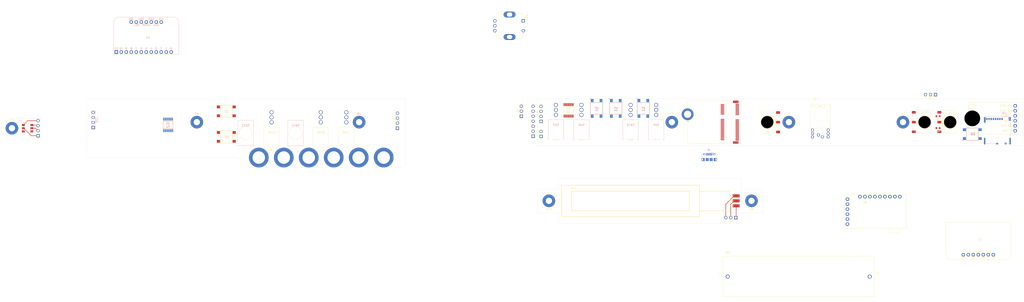
<source format=kicad_pcb>
(kicad_pcb (version 20211014) (generator pcbnew)
  (layers (0 "F.Cu" signal) (31 "B.Cu" signal) (34 "B.Paste" user) (35 "F.Paste" user) (36 "B.SilkS" user "B.Silkscreen") (37 "F.SilkS" user "F.Silkscreen") (38 "B.Mask" user) (39 "F.Mask" user) (44 "Edge.Cuts" user))
  (net 0 "")
  (net 14 "Net-(J4-PadR)")
  (net 15 "Net-(J4-PadS)")
  (net 16 "i2c_scl")
  (net 17 "GND")
  (net 25 "i2c_sda")
  (net 30 "Net-(U3-Pad16)")
  (net 114 "Net-(J19-Pad6)")
  (net 118 "Net-(J19-PadP1)")
  (net 119 "Net-(J10-Pad2)")
  (net 124 "+3V3")
  (net 125 "Net-(U3-Pad5)")
  (net 126 "Net-(U3-Pad6)")
  (net 127 "Net-(U3-Pad7)")
  (net 128 "Net-(U3-Pad8)")
  (net 129 "Net-(U3-Pad9)")
  (net 130 "Net-(U3-Pad10)")
  (net 137 "Net-(U3-Pad4)")
  (footprint "clarinoid2:MPR121_hdr_0keys_copy" (layer "F.Cu") (at 364.396 -89.742)
    (fp_text reference "U2" (at 4.826 1.016) (layer "F.SilkS"))
    (fp_text value "AdafruitMPR121")
    (fp_text user "SCL" (at -1.27 7.366) (layer "F.SilkS"))
    (fp_text user "3vo" (at 8.89 7.366) (layer "F.SilkS"))
    (fp_text user "IRQ" (at -3.81 10.414) (layer "F.SilkS"))
    (fp_text user "ADDR" (at 3.81 7.366) (layer "F.SilkS"))
    (fp_text user "SDA" (at 1.27 10.414) (layer "F.SilkS"))
    (fp_text user "GND" (at 6.35 10.414) (layer "F.SilkS"))
    (fp_text user "VIN" (at 11.43 10.414) (layer "F.SilkS"))
    (pad "14" thru_hole circle (at -3.81 8.89) (size 1.778 1.778) (drill 1.016) (layers *.Cu *.Mask) (net 16 "i2c_scl"))
    (pad "15" thru_hole circle (at -1.27 8.89) (size 1.778 1.778) (drill 1.016) (layers *.Cu *.Mask) (net 25 "i2c_sda"))
    (pad "16" thru_hole circle (at 1.27 8.89) (size 1.778 1.778) (drill 1.016) (layers *.Cu *.Mask))
    (pad "17" thru_hole circle (at 3.81 8.89) (size 1.778 1.778) (drill 1.016) (layers *.Cu *.Mask) (net 17 "GND"))
    (pad "18" thru_hole circle (at 6.35 8.89) (size 1.778 1.778) (drill 1.016) (layers *.Cu *.Mask))
    (pad "19" thru_hole circle (at 8.89 8.89) (size 1.778 1.778) (drill 1.016) (layers *.Cu *.Mask) (net 124 "+3V3"))
    (pad "20" thru_hole circle (at 11.43 8.89) (size 1.778 1.778) (drill 1.016) (layers *.Cu *.Mask))
  )
  (footprint "clarinoid2:KEYSTONE_1043" (layer "F.Cu") (at 276.896 -69.742)
    (fp_text reference "BT1" (at -35.825 -12.135) (layer "F.SilkS"))
    (fp_text value "Battery_Cell")
    (pad "" np_thru_hole circle locked (at 27.73 -7.87) (size 3.55 3.55) (drill 3.55) (layers *.Cu *.Mask))
    (pad "" np_thru_hole circle locked (at -27.47 7.87) (size 3.55 3.55) (drill 3.55) (layers *.Cu *.Mask))
    (pad "" np_thru_hole circle locked (at 36.11 7.87) (size 2.39 2.39) (drill 2.39) (layers *.Cu *.Mask))
    (pad "N" thru_hole circle locked (at -36.11 0) (size 1.98 1.98) (drill 1.32) (layers *.Cu *.Mask))
    (pad "P" thru_hole circle locked (at 36.11 0) (size 1.98 1.98) (drill 1.32) (layers *.Cu *.Mask))
  )
  (footprint "clarinoid2:solder point DIP 1x3" (layer "F.Cu") (at 343.896 -162.242 180)
    (fp_text reference "J1" (at 0 -1.778) (layer "F.SilkS"))
    (fp_text value "LEDHdr")
    (pad "1" thru_hole rect (at -2.54 0 180) (size 1.6 1.6) (drill 1.1) (layers *.Cu *.Mask))
    (pad "2" thru_hole circle (at 0 0 180) (size 1.6 1.6) (drill 1.1) (layers *.Cu *.Mask))
    (pad "3" thru_hole circle (at 2.54 0 180) (size 1.6 1.6) (drill 1.1) (layers *.Cu *.Mask))
  )
  (footprint "clarinoid2:solder point DIP 1x7" (layer "F.Cu") (at 141.896 -148.702 90)
    (fp_text reference "J2" (at 0 -1.778 90) (layer "F.SilkS"))
    (fp_text value "OLEDHdr")
    (pad "1" thru_hole rect (at -7.62 0 90) (size 1.6 1.6) (drill 1.1) (layers *.Cu *.Mask))
    (pad "2" thru_hole circle (at -5.08 0 90) (size 1.6 1.6) (drill 1.1) (layers *.Cu *.Mask))
    (pad "3" thru_hole circle (at -2.54 0 90) (size 1.6 1.6) (drill 1.1) (layers *.Cu *.Mask))
    (pad "4" thru_hole circle (at 0 0 90) (size 1.6 1.6) (drill 1.1) (layers *.Cu *.Mask))
    (pad "5" thru_hole circle (at 2.54 0 90) (size 1.6 1.6) (drill 1.1) (layers *.Cu *.Mask))
    (pad "6" thru_hole circle (at 5.08 0 90) (size 1.6 1.6) (drill 1.1) (layers *.Cu *.Mask))
    (pad "7" thru_hole circle (at 7.62 0 90) (size 1.6 1.6) (drill 1.1) (layers *.Cu *.Mask))
  )
  (footprint "clarinoid2:solder point DIP 1x4" (layer "F.Cu") (at -109.816 -145.162 90)
    (fp_text reference "J7" (at 0 -1.778 90) (layer "F.SilkS"))
    (fp_text value "BREATHI2CHdr")
    (pad "1" thru_hole rect (at -3.81 0 90) (size 1.6 1.6) (drill 1.1) (layers *.Cu *.Mask) (net 124 "+3V3"))
    (pad "2" thru_hole circle (at -1.27 0 90) (size 1.6 1.6) (drill 1.1) (layers *.Cu *.Mask) (net 25 "i2c_sda"))
    (pad "3" thru_hole circle (at 1.27 0 90) (size 1.6 1.6) (drill 1.1) (layers *.Cu *.Mask) (net 16 "i2c_scl"))
    (pad "4" thru_hole circle (at 3.81 0 90) (size 1.6 1.6) (drill 1.1) (layers *.Cu *.Mask) (net 17 "GND"))
  )
  (footprint "clarinoid2:MAT060-B100K-231-A01" (layer "F.Cu") (at 191.001 -118.412 180)
    (fp_text reference "RV2" (at 28.48 -3.82) (layer "F.SilkS"))
    (fp_text value "PITCH")
    (pad "1" smd rect locked (at -54.07 -12.71 180) (size 3.5 1.5) (layers "F.Cu" "F.Paste" "F.Mask") (net 124 "+3V3"))
    (pad "2" smd rect locked (at -54.07 -10.17 180) (size 3.5 1.5) (layers "F.Cu" "F.Paste" "F.Mask") (net 119 "Net-(J10-Pad2)"))
    (pad "3" smd rect locked (at -54.07 -7.63 180) (size 3.5 1.5) (layers "F.Cu" "F.Paste" "F.Mask") (net 17 "GND"))
  )
  (footprint "clarinoid3:Bourns_ENC_PEC11R-4215F-S0024" (layer "F.Cu") (at 129.896 -197.242 -90)
    (fp_text reference "SW9" (at -4.175 -8.835 90) (layer "F.SilkS"))
    (fp_text value "Rotary_Encoder_Switch")
    (pad "1" thru_hole rect locked (at -2.5 -7 270) (size 1.65 1.65) (drill 1.1) (layers *.Cu *.Mask))
    (pad "2" thru_hole circle locked (at 2.5 -7 270) (size 1.65 1.65) (drill 1.1) (layers *.Cu *.Mask))
    (pad "A" thru_hole circle locked (at -2.5 7.5 270) (size 1.65 1.65) (drill 1.1) (layers *.Cu *.Mask))
    (pad "B" thru_hole circle locked (at 2.5 7.5 270) (size 1.65 1.65) (drill 1.1) (layers *.Cu *.Mask))
    (pad "COM" thru_hole circle locked (at 0 7.5 270) (size 1.65 1.65) (drill 1.1) (layers *.Cu *.Mask))
    (pad "S1" thru_hole oval locked (at -5.7 0 270) (size 3 6) (drill oval 2 2.8) (layers *.Cu *.Mask))
    (pad "S2" thru_hole oval locked (at 5.7 0 270) (size 3 6) (drill oval 2 2.8) (layers *.Cu *.Mask) (net 17 "GND"))
  )
  (footprint "clarinoid2:MB2511S2G45" (layer "F.Cu") (at 33.896 -148.162)
    (fp_text reference "SW10" (at 0 5.08) (layer "F.SilkS"))
    (fp_text value "LHx1")
    (pad "" np_thru_hole circle (at -2.54 12.7) (size 1.5 1.5) (drill 1.5) (layers *.Cu *.Mask))
    (pad "" np_thru_hole circle (at 2.54 12.7) (size 1.5 1.5) (drill 1.5) (layers *.Cu *.Mask))
    (pad "1" thru_hole circle (at 0 -5.08) (size 2 2) (drill 1.5) (layers *.Cu *.Mask))
    (pad "2" thru_hole circle (at 0 -2.54) (size 2 2) (drill 1.5) (layers *.Cu *.Mask) (net 17 "GND"))
    (pad "3" thru_hole circle (at 0 0) (size 2 2) (drill 1.5) (layers *.Cu *.Mask))
  )
  (footprint "clarinoid2:MB2511S2G45" (layer "F.Cu") (at 46.896 -148.162)
    (fp_text reference "SW11" (at 0 5.08) (layer "F.SilkS"))
    (fp_text value "LHx2")
    (pad "" np_thru_hole circle (at 2.54 12.7) (size 1.5 1.5) (drill 1.5) (layers *.Cu *.Mask))
    (pad "" np_thru_hole circle (at -2.54 12.7) (size 1.5 1.5) (drill 1.5) (layers *.Cu *.Mask))
    (pad "1" thru_hole circle (at 0 -5.08) (size 2 2) (drill 1.5) (layers *.Cu *.Mask))
    (pad "2" thru_hole circle (at 0 -2.54) (size 2 2) (drill 1.5) (layers *.Cu *.Mask) (net 17 "GND"))
    (pad "3" thru_hole circle (at 0 0) (size 2 2) (drill 1.5) (layers *.Cu *.Mask))
  )
  (footprint "clarinoid2:MB2511S2G45" (layer "F.Cu") (at 8.896 -148.162)
    (fp_text reference "SW13" (at 0 5.08) (layer "F.SilkS"))
    (fp_text value "LHx3")
    (pad "" np_thru_hole circle (at -2.54 12.7) (size 1.5 1.5) (drill 1.5) (layers *.Cu *.Mask))
    (pad "" np_thru_hole circle (at 2.54 12.7) (size 1.5 1.5) (drill 1.5) (layers *.Cu *.Mask))
    (pad "1" thru_hole circle (at 0 -5.08) (size 2 2) (drill 1.5) (layers *.Cu *.Mask))
    (pad "2" thru_hole circle (at 0 -2.54) (size 2 2) (drill 1.5) (layers *.Cu *.Mask) (net 17 "GND"))
    (pad "3" thru_hole circle (at 0 0) (size 2 2) (drill 1.5) (layers *.Cu *.Mask))
  )
  (footprint "clarinoid2:MH-CD42_flip_window" (layer "F.Cu") (at 376.04 -152.242 180)
    (fp_text reference "U5" (at 2.54 -3.302 180) (layer "F.SilkS"))
    (fp_text value "MH-CD42")
    (fp_text user "BAT +" (at -7.62 -3.302 180) (layer "F.SilkS"))
    (fp_text user "CHG Gnd" (at -6.604 1.778 180) (layer "F.SilkS"))
    (fp_text user "OUT Gnd" (at -6.858 -5.842 180) (layer "F.SilkS"))
    (fp_text user "CHG +5v" (at -6.35 4.318 180) (layer "F.SilkS"))
    (fp_text user "BAT -" (at -7.62 -0.762 180) (layer "F.SilkS"))
    (fp_text user "OUT 5v" (at -7.366 -8.382 180) (layer "F.SilkS"))
    (pad "" np_thru_hole circle (at 10.894 -2.092 180) (size 8 8) (drill 8) (layers *.Mask))
    (pad "1" thru_hole circle (at -10.922 -8.382 180) (size 1.778 1.778) (drill 1.016) (layers *.Cu *.Mask))
    (pad "2" thru_hole circle (at -10.922 -5.842 180) (size 1.778 1.778) (drill 1.016) (layers *.Cu *.Mask))
    (pad "3" thru_hole circle (at -10.922 -3.302 180) (size 1.778 1.778) (drill 1.016) (layers *.Cu *.Mask))
    (pad "4" thru_hole circle (at -10.922 -0.762 180) (size 1.778 1.778) (drill 1.016) (layers *.Cu *.Mask))
    (pad "5" thru_hole circle (at -10.922 1.778 180) (size 1.778 1.778) (drill 1.016) (layers *.Cu *.Mask))
    (pad "6" thru_hole circle (at -10.922 4.318 180) (size 1.778 1.778) (drill 1.016) (layers *.Cu *.Mask))
  )
  (footprint "clarinoid2:HILETGOPCM5102" (layer "F.Cu") (at 319.452 -98.93)
    (fp_text reference "U6" (at -8.858497 -8.583135) (layer "F.SilkS"))
    (fp_text value "PCM5102")
    (pad "" np_thru_hole circle locked (at 6.35 -6.024 180) (size 1.7 1.7) (drill 1.7) (layers *.Cu *.Mask))
    (pad "" np_thru_hole circle locked (at 6.35 0.976 180) (size 1.7 1.7) (drill 1.7) (layers *.Cu *.Mask))
    (pad "1" thru_hole circle locked (at -17.78 -10.16) (size 1.778 1.778) (drill 1.016) (layers *.Cu *.Mask))
    (pad "2" thru_hole circle locked (at -17.78 -7.62) (size 1.778 1.778) (drill 1.016) (layers *.Cu *.Mask))
    (pad "3" thru_hole circle locked (at -17.78 -5.08) (size 1.778 1.778) (drill 1.016) (layers *.Cu *.Mask))
    (pad "4" thru_hole circle locked (at -17.78 -2.54) (size 1.778 1.778) (drill 1.016) (layers *.Cu *.Mask))
    (pad "5" thru_hole circle locked (at -17.78 0) (size 1.778 1.778) (drill 1.016) (layers *.Cu *.Mask))
    (pad "6" thru_hole circle locked (at -17.78 2.54) (size 1.778 1.778) (drill 1.016) (layers *.Cu *.Mask))
    (pad "7" thru_hole circle locked (at -11.43 -11.43) (size 1.778 1.778) (drill 1.016) (layers *.Cu *.Mask))
    (pad "8" thru_hole circle locked (at -8.89 -11.43) (size 1.778 1.778) (drill 1.016) (layers *.Cu *.Mask))
    (pad "9" thru_hole circle locked (at -6.35 -11.43) (size 1.778 1.778) (drill 1.016) (layers *.Cu *.Mask))
    (pad "10" thru_hole circle locked (at -3.81 -11.43) (size 1.778 1.778) (drill 1.016) (layers *.Cu *.Mask))
    (pad "11" thru_hole circle locked (at -1.27 -11.43) (size 1.778 1.778) (drill 1.016) (layers *.Cu *.Mask))
    (pad "12" thru_hole circle locked (at 1.27 -11.43) (size 1.778 1.778) (drill 1.016) (layers *.Cu *.Mask))
    (pad "13" thru_hole circle locked (at 3.81 -11.43) (size 1.778 1.778) (drill 1.016) (layers *.Cu *.Mask))
    (pad "14" thru_hole circle locked (at 6.35 -11.43) (size 1.778 1.778) (drill 1.016) (layers *.Cu *.Mask))
    (pad "15" thru_hole circle locked (at 8.89 -11.43) (size 1.778 1.778) (drill 1.016) (layers *.Cu *.Mask))
  )
  (footprint "clarinoid2:SON160P500X500X140-6N" (layer "F.Cu") (at -115.15 -145.162)
    (fp_text reference "U7" (at -0.325 -3.635) (layer "F.SilkS"))
    (fp_text value "HoneywellABPMAND001PG2A3")
    (pad "1" smd rect locked (at -2.15 -1.6) (size 1.41 1.03) (layers "F.Cu" "F.Paste" "F.Mask") (net 17 "GND"))
    (pad "2" smd rect locked (at -2.15 0) (size 1.41 1.03) (layers "F.Cu" "F.Paste" "F.Mask") (net 124 "+3V3"))
    (pad "3" smd rect locked (at -2.15 1.6) (size 1.41 1.03) (layers "F.Cu" "F.Paste" "F.Mask"))
    (pad "4" smd rect locked (at 2.15 1.6) (size 1.41 1.03) (layers "F.Cu" "F.Paste" "F.Mask"))
    (pad "5" smd rect locked (at 2.15 0) (size 1.41 1.03) (layers "F.Cu" "F.Paste" "F.Mask") (net 25 "i2c_sda"))
    (pad "6" smd rect locked (at 2.15 -1.6) (size 1.41 1.03) (layers "F.Cu" "F.Paste" "F.Mask") (net 16 "i2c_scl"))
  )
  (footprint "MountingHole:MountingHole_3.2mm_M3_Pad" (layer "F.Cu") (at 271.896 -148.242)
    (fp_text reference "H2" (at 0 -4.2) (layer "F.SilkS"))
    (fp_text value "rh_h2")
    (pad "1" thru_hole circle (at 0 0) (size 6.4 6.4) (drill 3.2) (layers *.Cu *.Mask))
  )
  (footprint "MountingHole:MountingHole_3.2mm_M3_Pad" (layer "F.Cu") (at 252.896 -108.242 180)
    (fp_text reference "H9" (at 0 -4.2) (layer "F.SilkS"))
    (fp_text value "pitch_h1")
    (pad "1" thru_hole circle (at 0 0 180) (size 6.4 6.4) (drill 3.2) (layers *.Cu *.Mask))
  )
  (footprint "SamacSys_Parts:SOP65P640X110-16N" (layer "F.Cu") (at 159.896 -154.242 -90)
    (fp_text reference "IC1" (at 0 0 90) (layer "F.SilkS") (effects (font (size 1.27 1.27) (thickness 0.254))))
    (fp_text value "PCA9554APW,118" hide)
    (pad "1" smd rect locked (at -2.938 -2.275) (size 0.45 1.475) (layers "F.Cu" "F.Paste" "F.Mask"))
    (pad "2" smd rect locked (at -2.938 -1.625) (size 0.45 1.475) (layers "F.Cu" "F.Paste" "F.Mask"))
    (pad "3" smd rect locked (at -2.938 -0.975) (size 0.45 1.475) (layers "F.Cu" "F.Paste" "F.Mask"))
    (pad "4" smd rect locked (at -2.938 -0.325) (size 0.45 1.475) (layers "F.Cu" "F.Paste" "F.Mask"))
    (pad "5" smd rect locked (at -2.938 0.325) (size 0.45 1.475) (layers "F.Cu" "F.Paste" "F.Mask"))
    (pad "6" smd rect locked (at -2.938 0.975) (size 0.45 1.475) (layers "F.Cu" "F.Paste" "F.Mask"))
    (pad "7" smd rect locked (at -2.938 1.625) (size 0.45 1.475) (layers "F.Cu" "F.Paste" "F.Mask"))
    (pad "8" smd rect locked (at -2.938 2.275) (size 0.45 1.475) (layers "F.Cu" "F.Paste" "F.Mask"))
    (pad "9" smd rect locked (at 2.938 2.275) (size 0.45 1.475) (layers "F.Cu" "F.Paste" "F.Mask"))
    (pad "10" smd rect locked (at 2.938 1.625) (size 0.45 1.475) (layers "F.Cu" "F.Paste" "F.Mask"))
    (pad "11" smd rect locked (at 2.938 0.975) (size 0.45 1.475) (layers "F.Cu" "F.Paste" "F.Mask"))
    (pad "12" smd rect locked (at 2.938 0.325) (size 0.45 1.475) (layers "F.Cu" "F.Paste" "F.Mask"))
    (pad "13" smd rect locked (at 2.938 -0.325) (size 0.45 1.475) (layers "F.Cu" "F.Paste" "F.Mask"))
    (pad "14" smd rect locked (at 2.938 -0.975) (size 0.45 1.475) (layers "F.Cu" "F.Paste" "F.Mask"))
    (pad "15" smd rect locked (at 2.938 -1.625) (size 0.45 1.475) (layers "F.Cu" "F.Paste" "F.Mask"))
    (pad "16" smd rect locked (at 2.938 -2.275) (size 0.45 1.475) (layers "F.Cu" "F.Paste" "F.Mask"))
  )
  (footprint "SamacSys_Parts:B3FS-1000P" (layer "F.Cu") (at -14.104 -153.742 180)
    (fp_text reference "S1" (at -0.318 -0.105) (layer "F.SilkS") (effects (font (size 1.27 1.27) (thickness 0.254))))
    (fp_text value "LHxv1" hide)
    (pad "1" smd rect locked (at 4 2.25 270) (size 1.4 1.6) (layers "F.Cu" "F.Paste" "F.Mask") (net 17 "GND"))
    (pad "2" smd rect locked (at -4 2.25 270) (size 1.4 1.6) (layers "F.Cu" "F.Paste" "F.Mask"))
    (pad "3" smd rect locked (at 4 -2.25 270) (size 1.4 1.6) (layers "F.Cu" "F.Paste" "F.Mask"))
    (pad "4" smd rect locked (at -4 -2.25 270) (size 1.4 1.6) (layers "F.Cu" "F.Paste" "F.Mask"))
  )
  (footprint "clarinoid2:solder point DIP 1x3" (layer "F.Cu") (at 135.896 -153.782 90)
    (fp_text reference "J9" (at 0 -1.778 90) (layer "F.SilkS"))
    (fp_text value "RH_PitchHdr")
    (pad "1" thru_hole rect (at -2.54 0 90) (size 1.6 1.6) (drill 1.1) (layers *.Cu *.Mask))
    (pad "2" thru_hole circle (at 0 0 90) (size 1.6 1.6) (drill 1.1) (layers *.Cu *.Mask))
    (pad "3" thru_hole circle (at 2.54 0 90) (size 1.6 1.6) (drill 1.1) (layers *.Cu *.Mask))
  )
  (footprint "clarinoid2:solder point DIP 1x4" (layer "F.Cu") (at 145.896 -152.432 90)
    (fp_text reference "J12" (at 0 -1.778 90) (layer "F.SilkS"))
    (fp_text value "RHI2CHdr")
    (pad "1" thru_hole rect (at -3.81 0 90) (size 1.6 1.6) (drill 1.1) (layers *.Cu *.Mask))
    (pad "2" thru_hole circle (at -1.27 0 90) (size 1.6 1.6) (drill 1.1) (layers *.Cu *.Mask))
    (pad "3" thru_hole circle (at 1.27 0 90) (size 1.6 1.6) (drill 1.1) (layers *.Cu *.Mask))
    (pad "4" thru_hole circle (at 3.81 0 90) (size 1.6 1.6) (drill 1.1) (layers *.Cu *.Mask))
  )
  (footprint "clarinoid2:solder point DIP 1x4" (layer "F.Cu") (at 72.8915 -148.972 90)
    (fp_text reference "J16" (at 0 -1.778 90) (layer "F.SilkS"))
    (fp_text value "LHI2CHdr")
    (pad "1" thru_hole rect (at -3.81 0 90) (size 1.6 1.6) (drill 1.1) (layers *.Cu *.Mask) (net 16 "i2c_scl"))
    (pad "2" thru_hole circle (at -1.27 0 90) (size 1.6 1.6) (drill 1.1) (layers *.Cu *.Mask) (net 25 "i2c_sda"))
    (pad "3" thru_hole circle (at 1.27 0 90) (size 1.6 1.6) (drill 1.1) (layers *.Cu *.Mask) (net 17 "GND"))
    (pad "4" thru_hole circle (at 3.81 0 90) (size 1.6 1.6) (drill 1.1) (layers *.Cu *.Mask) (net 124 "+3V3"))
  )
  (footprint "clarinoid2:CLARINOID_M6_6OCTAVES" (layer "F.Cu") (at 40.496 -130.242)
    (fp_text reference "U8" (at -32.237721 -3.918779) (layer "F.SilkS"))
    (fp_text value "CLARINOID_OCTAVES")
    (pad "1" thru_hole circle (at -38.1 0) (size 10 10) (drill 6.4) (layers *.Cu *.Mask) (net 130 "Net-(U3-Pad10)"))
    (pad "2" thru_hole circle (at -25.4 0) (size 10 10) (drill 6.4) (layers *.Cu *.Mask) (net 129 "Net-(U3-Pad9)"))
    (pad "3" thru_hole circle (at -12.7 0) (size 10 10) (drill 6.4) (layers *.Cu *.Mask) (net 128 "Net-(U3-Pad8)"))
    (pad "4" thru_hole circle (at 0 0) (size 10 10) (drill 6.4) (layers *.Cu *.Mask) (net 127 "Net-(U3-Pad7)"))
    (pad "5" thru_hole circle (at 12.7 0) (size 10 10) (drill 6.4) (layers *.Cu *.Mask) (net 126 "Net-(U3-Pad6)"))
    (pad "6" thru_hole circle (at 25.4 0) (size 10 10) (drill 6.4) (layers *.Cu *.Mask) (net 125 "Net-(U3-Pad5)"))
  )
  (footprint "clarinoid2:solder point DIP 1x3" (layer "F.Cu") (at 242.356 -99.702 180)
    (fp_text reference "J10" (at 0 -1.778) (layer "F.SilkS"))
    (fp_text value "pitch_pitchhdr")
    (pad "1" thru_hole rect (at -2.54 0 180) (size 1.6 1.6) (drill 1.1) (layers *.Cu *.Mask) (net 124 "+3V3"))
    (pad "2" thru_hole circle (at 0 0 180) (size 1.6 1.6) (drill 1.1) (layers *.Cu *.Mask) (net 119 "Net-(J10-Pad2)"))
    (pad "3" thru_hole circle (at 2.54 0 180) (size 1.6 1.6) (drill 1.1) (layers *.Cu *.Mask) (net 17 "GND"))
  )
  (footprint "clarinoid2:Switchcraft_35RAPC4BH3_3.5mm_female_jack_nosw_downfacing" (layer "F.Cu") (at 353.896 -148.242)
    (fp_text reference "J4" (at 0 -5) (layer "F.SilkS"))
    (fp_text value "MIDIOut" hide)
    (fp_text user "T" (at -6.1 3.6 unlocked) (layer "F.SilkS"))
    (fp_text user "S" (at -6.1 -1.3 unlocked) (layer "F.SilkS"))
    (fp_text user "${VALUE}" (at -3.9 0 270 unlocked) (layer "F.SilkS"))
    (fp_text user "R" (at -6.1 -3.6 unlocked) (layer "F.SilkS"))
    (pad "" np_thru_hole circle (at 0 0) (size 6.3 6.3) (drill 6.3) (layers *.Mask))
    (pad "1" smd roundrect (at -5.5 0) (size 2 1.3) (layers "F.Cu" "F.Paste" "F.Mask"))
    (pad "2" smd roundrect (at -5.5 -5) (size 2 1.3) (layers "F.Cu" "F.Paste" "F.Mask"))
    (pad "5" smd roundrect (at -5.5 4.9) (size 2 1.3) (layers "F.Cu" "F.Paste" "F.Mask"))
  )
  (footprint "MountingHole:MountingHole_3.2mm_M3_Pad" (layer "F.Cu") (at 149.896 -108.242 180)
    (fp_text reference "H10" (at 0 -4.2) (layer "F.SilkS"))
    (fp_text value "pitch_h2")
    (pad "1" thru_hole circle (at 0 0 180) (size 6.4 6.4) (drill 3.2) (layers *.Cu *.Mask))
  )
  (footprint "Resistor_SMD:R_0603_1608Metric" (layer "F.Cu") (at 347.721 -145.242 180)
    (fp_text reference "R2" (at 0 -1.43) (layer "F.SilkS"))
    (fp_text value "47")
    (pad "1" smd roundrect (at -0.825 0 180) (size 0.8 0.95) (layers "F.Cu" "F.Paste" "F.Mask"))
    (pad "2" smd roundrect (at 0.825 0 180) (size 0.8 0.95) (layers "F.Cu" "F.Paste" "F.Mask") (net 14 "Net-(J4-PadR)"))
  )
  (footprint "clarinoid2:Switchcraft_35RAPC4BH3_3.5mm_female_jack_nosw_downfacing" (layer "F.Cu") (at 340.896 -148.242)
    (fp_text reference "J18" (at 0 -5) (layer "F.SilkS"))
    (fp_text value "MIDIin" hide)
    (fp_text user "R" (at -6.1 -3.6 unlocked) (layer "F.SilkS"))
    (fp_text user "S" (at -6.1 -1.3 unlocked) (layer "F.SilkS"))
    (fp_text user "${VALUE}" (at -3.9 0 270 unlocked) (layer "F.SilkS"))
    (fp_text user "T" (at -6.1 3.6 unlocked) (layer "F.SilkS"))
    (pad "" np_thru_hole circle (at 0 0) (size 6.3 6.3) (drill 6.3) (layers *.Mask))
    (pad "1" smd roundrect (at -5.5 0) (size 2 1.3) (layers "F.Cu" "F.Paste" "F.Mask"))
    (pad "2" smd roundrect (at -5.5 -5) (size 2 1.3) (layers "F.Cu" "F.Paste" "F.Mask"))
    (pad "5" smd roundrect (at -5.5 4.9) (size 2 1.3) (layers "F.Cu" "F.Paste" "F.Mask"))
  )
  (footprint "MountingHole:MountingHole_3.2mm_M3_Pad" (layer "F.Cu") (at 329.896 -148.242)
    (fp_text reference "H1" (at 0 -4.2) (layer "F.SilkS"))
    (fp_text value "rh_h1")
    (pad "1" thru_hole circle (at 0 0) (size 6.4 6.4) (drill 3.2) (layers *.Cu *.Mask))
  )
  (footprint "clarinoid2:Switchcraft_35RAPC4BH3_3.5mm_female_jack_nosw_downfacing" (layer "F.Cu") (at 260.896 -148.242 180)
    (fp_text reference "J5" (at 0 -5) (layer "F.SilkS"))
    (fp_text value "AudioOut" hide)
    (fp_text user "T" (at -6.1 3.6 180 unlocked) (layer "F.SilkS"))
    (fp_text user "R" (at -6.1 -3.6 180 unlocked) (layer "F.SilkS"))
    (fp_text user "S" (at -6.1 -1.3 180 unlocked) (layer "F.SilkS"))
    (fp_text user "${VALUE}" (at -3.9 0 90 unlocked) (layer "F.SilkS"))
    (pad "" np_thru_hole circle (at 0 0 180) (size 6.3 6.3) (drill 6.3) (layers *.Mask))
    (pad "1" smd roundrect (at -5.5 0 180) (size 2 1.3) (layers "F.Cu" "F.Paste" "F.Mask"))
    (pad "2" smd roundrect (at -5.5 -5 180) (size 2 1.3) (layers "F.Cu" "F.Paste" "F.Mask"))
    (pad "5" smd roundrect (at -5.5 4.9 180) (size 2 1.3) (layers "F.Cu" "F.Paste" "F.Mask"))
  )
  (footprint "MountingHole:MountingHole_3.2mm_M3_Pad" (layer "F.Cu") (at -123.104 -145.162)
    (fp_text reference "H4" (at 0 -4.2) (layer "F.SilkS"))
    (fp_text value "breath_h1")
    (pad "1" thru_hole circle (at 0 0) (size 6.4 6.4) (drill 3.2) (layers *.Cu *.Mask))
  )
  (footprint "SamacSys_Parts:B3FS-1000P" (layer "F.Cu") (at -14.104 -140.742 180)
    (fp_text reference "S5" (at -0.318 -0.105) (layer "F.SilkS") (effects (font (size 1.27 1.27) (thickness 0.254))))
    (fp_text value "LHxv2" hide)
    (pad "1" smd rect locked (at 4 2.25 270) (size 1.4 1.6) (layers "F.Cu" "F.Paste" "F.Mask") (net 17 "GND"))
    (pad "2" smd rect locked (at -4 2.25 270) (size 1.4 1.6) (layers "F.Cu" "F.Paste" "F.Mask"))
    (pad "3" smd rect locked (at 4 -2.25 270) (size 1.4 1.6) (layers "F.Cu" "F.Paste" "F.Mask"))
    (pad "4" smd rect locked (at -4 -2.25 270) (size 1.4 1.6) (layers "F.Cu" "F.Paste" "F.Mask"))
  )
  (footprint "clarinoid2:Wurth_9774025151_M2.5_spacer_for_micromod" (layer "F.Cu") (at 220.396 -152.242 180)
    (fp_text reference "H8" (at 0 -3.7) (layer "F.SilkS"))
    (fp_text value "micromod_spacer")
    (pad "1" thru_hole circle (at 0 0 180) (size 6 6) (drill 3.7) (layers *.Cu *.Mask))
  )
  (footprint "Resistor_SMD:R_0603_1608Metric" (layer "F.Cu") (at 347.721 -151.242 180)
    (fp_text reference "R1" (at 0 -1.43) (layer "F.SilkS"))
    (fp_text value "47")
    (pad "1" smd roundrect (at -0.825 0 180) (size 0.8 0.95) (layers "F.Cu" "F.Paste" "F.Mask"))
    (pad "2" smd roundrect (at 0.825 0 180) (size 0.8 0.95) (layers "F.Cu" "F.Paste" "F.Mask") (net 15 "Net-(J4-PadS)"))
  )
  (footprint "clarinoid2:Teensy_4.0_MicroMod_nospacer" (layer "F.Cu") (at 237.896 -150.942 180)
    (fp_text reference "U1" hide)
    (fp_text value "Teensy_4.0_MicroMod" hide)
    (fp_text user "Teensy_4.0_MicroMod" (at -4.9 0 90) (layer "F.SilkS") (effects (font (size 0.7 0.7) (thickness 0.05))))
    (pad "" np_thru_hole circle (at -2.5 -12.7 90) (size 1.6 1.6) (drill 1.6) (layers *.Cu *.Mask))
    (pad "" np_thru_hole circle (at -2.5 7.3 90) (size 1.1 1.1) (drill 1.1) (layers *.Cu *.Mask))
    (pad "1" smd rect (at -7.775 6.55 270) (size 0.3 1.8) (layers "F.Cu" "F.Paste" "F.Mask"))
    (pad "2" smd rect (at -0.225 6.3 270) (size 0.3 1.8) (layers "F.Cu" "F.Paste" "F.Mask"))
    (pad "3" smd rect (at -7.775 6.05 270) (size 0.3 1.8) (layers "F.Cu" "F.Paste" "F.Mask"))
    (pad "4" smd rect (at -0.225 5.8 270) (size 0.3 1.8) (layers "F.Cu" "F.Paste" "F.Mask"))
    (pad "5" smd rect (at -7.775 5.55 270) (size 0.3 1.8) (layers "F.Cu" "F.Paste" "F.Mask"))
    (pad "6" smd rect (at -0.225 5.3 270) (size 0.3 1.8) (layers "F.Cu" "F.Paste" "F.Mask"))
    (pad "7" smd rect (at -7.775 5.05 270) (size 0.3 1.8) (layers "F.Cu" "F.Paste" "F.Mask"))
    (pad "8" smd rect (at -0.225 4.8 270) (size 0.3 1.8) (layers "F.Cu" "F.Paste" "F.Mask"))
    (pad "9" smd rect (at -7.775 4.55 270) (size 0.3 1.8) (layers "F.Cu" "F.Paste" "F.Mask"))
    (pad "10" smd rect (at -0.225 4.3 270) (size 0.3 1.8) (layers "F.Cu" "F.Paste" "F.Mask"))
    (pad "11" smd rect (at -7.775 4.05 270) (size 0.3 1.8) (layers "F.Cu" "F.Paste" "F.Mask"))
    (pad "12" smd rect (at -0.225 3.8 270) (size 0.3 1.8) (layers "F.Cu" "F.Paste" "F.Mask"))
    (pad "13" smd rect (at -7.775 3.55 270) (size 0.3 1.8) (layers "F.Cu" "F.Paste" "F.Mask"))
    (pad "14" smd rect (at -0.225 3.3 270) (size 0.3 1.8) (layers "F.Cu" "F.Paste" "F.Mask"))
    (pad "15" smd rect (at -7.775 3.05 270) (size 0.3 1.8) (layers "F.Cu" "F.Paste" "F.Mask"))
    (pad "16" smd rect (at -0.225 2.8 270) (size 0.3 1.8) (layers "F.Cu" "F.Paste" "F.Mask"))
    (pad "17" smd rect (at -7.775 2.55 270) (size 0.3 1.8) (layers "F.Cu" "F.Paste" "F.Mask"))
    (pad "18" smd rect (at -0.225 2.3 270) (size 0.3 1.8) (layers "F.Cu" "F.Paste" "F.Mask"))
    (pad "19" smd rect (at -7.775 2.05 270) (size 0.3 1.8) (layers "F.Cu" "F.Paste" "F.Mask"))
    (pad "20" smd rect (at -0.225 1.8 270) (size 0.3 1.8) (layers "F.Cu" "F.Paste" "F.Mask"))
    (pad "21" smd rect (at -7.775 1.55 270) (size 0.3 1.8) (layers "F.Cu" "F.Paste" "F.Mask"))
    (pad "22" smd rect (at -0.225 1.3 270) (size 0.3 1.8) (layers "F.Cu" "F.Paste" "F.Mask"))
    (pad "23" smd rect (at -7.775 1.05 270) (size 0.3 1.8) (layers "F.Cu" "F.Paste" "F.Mask"))
    (pad "32" smd rect (at -0.225 -1.2 270) (size 0.3 1.8) (layers "F.Cu" "F.Paste" "F.Mask"))
    (pad "33" smd rect (at -7.775 -1.45 270) (size 0.3 1.8) (layers "F.Cu" "F.Paste" "F.Mask"))
    (pad "34" smd rect (at -0.225 -1.7 270) (size 0.3 1.8) (layers "F.Cu" "F.Paste" "F.Mask"))
    (pad "35" smd rect (at -7.775 -1.95 270) (size 0.3 1.8) (layers "F.Cu" "F.Paste" "F.Mask"))
    (pad "36" smd rect (at -0.225 -2.2 270) (size 0.3 1.8) (layers "F.Cu" "F.Paste" "F.Mask"))
    (pad "37" smd rect (at -7.775 -2.45 270) (size 0.3 1.8) (layers "F.Cu" "F.Paste" "F.Mask"))
    (pad "38" smd rect (at -0.225 -2.7 270) (size 0.3 1.8) (layers "F.Cu" "F.Paste" "F.Mask"))
    (pad "39" smd rect (at -7.775 -2.95 270) (size 0.3 1.8) (layers "F.Cu" "F.Paste" "F.Mask"))
    (pad "40" smd rect (at -0.225 -3.2 270) (size 0.3 1.8) (layers "F.Cu" "F.Paste" "F.Mask"))
    (pad "41" smd rect (at -7.775 -3.45 270) (size 0.3 1.8) (layers "F.Cu" "F.Paste" "F.Mask"))
    (pad "42" smd rect (at -0.225 -3.7 270) (size 0.3 1.8) (layers "F.Cu" "F.Paste" "F.Mask"))
    (pad "43" smd rect (at -7.775 -3.95 270) (size 0.3 1.8) (layers "F.Cu" "F.Paste" "F.Mask"))
    (pad "44" smd rect (at -0.225 -4.2 270) (size 0.3 1.8) (layers "F.Cu" "F.Paste" "F.Mask"))
    (pad "45" smd rect (at -7.775 -4.45 270) (size 0.3 1.8) (layers "F.Cu" "F.Paste" "F.Mask"))
    (pad "46" smd rect (at -0.225 -4.7 270) (size 0.3 1.8) (layers "F.Cu" "F.Paste" "F.Mask"))
    (pad "47" smd rect (at -7.775 -4.95 270) (size 0.3 1.8) (layers "F.Cu" "F.Paste" "F.Mask"))
    (pad "48" smd rect (at -0.225 -5.2 270) (size 0.3 1.8) (layers "F.Cu" "F.Paste" "F.Mask"))
    (pad "49" smd rect (at -7.775 -5.45 270) (size 0.3 1.8) (layers "F.Cu" "F.Paste" "F.Mask"))
    (pad "50" smd rect (at -0.225 -5.7 270) (size 0.3 1.8) (layers "F.Cu" "F.Paste" "F.Mask"))
    (pad "51" smd rect (at -7.775 -5.95 270) (size 0.3 1.8) (layers "F.Cu" "F.Paste" "F.Mask"))
    (pad "52" smd rect (at -0.225 -6.2 270) (size 0.3 1.8) (layers "F.Cu" "F.Paste" "F.Mask"))
    (pad "53" smd rect (at -7.775 -6.45 270) (size 0.3 1.8) (layers "F.Cu" "F.Paste" "F.Mask"))
    (pad "54" smd rect (at -0.225 -6.7 270) (size 0.3 1.8) (layers "F.Cu" "F.Paste" "F.Mask"))
    (pad "55" smd rect (at -7.775 -6.95 270) (size 0.3 1.8) (layers "F.Cu" "F.Paste" "F.Mask"))
    (pad "56" smd rect (at -0.225 -7.2 270) (size 0.3 1.8) (layers "F.Cu" "F.Paste" "F.Mask"))
    (pad "57" smd rect (at -7.775 -7.45 270) (size 0.3 1.8) (layers "F.Cu" "F.Paste" "F.Mask"))
    (pad "58" smd rect (at -0.225 -7.7 270) (size 0.3 1.8) (layers "F.Cu" "F.Paste" "F.Mask"))
    (pad "59" smd rect (at -7.775 -7.95 270) (size 0.3 1.8) (layers "F.Cu" "F.Paste" "F.Mask"))
    (pad "60" smd rect (at -0.225 -8.2 270) (size 0.3 1.8) (layers "F.Cu" "F.Paste" "F.Mask"))
    (pad "61" smd rect (at -7.775 -8.45 270) (size 0.3 1.8) (layers "F.Cu" "F.Paste" "F.Mask"))
    (pad "62" smd rect (at -0.225 -8.7 270) (size 0.3 1.8) (layers "F.Cu" "F.Paste" "F.Mask"))
    (pad "63" smd rect (at -7.775 -8.95 270) (size 0.3 1.8) (layers "F.Cu" "F.Paste" "F.Mask"))
    (pad "64" smd rect (at -0.225 -9.2 270) (size 0.3 1.8) (layers "F.Cu" "F.Paste" "F.Mask"))
    (pad "65" smd rect (at -7.775 -9.45 270) (size 0.3 1.8) (layers "F.Cu" "F.Paste" "F.Mask"))
    (pad "66" smd rect (at -0.225 -9.7 270) (size 0.3 1.8) (layers "F.Cu" "F.Paste" "F.Mask"))
    (pad "67" smd rect (at -7.775 -9.95 270) (size 0.3 1.8) (layers "F.Cu" "F.Paste" "F.Mask"))
    (pad "68" smd rect (at -0.225 -10.2 270) (size 0.3 1.8) (layers "F.Cu" "F.Paste" "F.Mask"))
    (pad "69" smd rect (at -7.775 -10.45 270) (size 0.3 1.8) (layers "F.Cu" "F.Paste" "F.Mask"))
    (pad "70" smd rect (at -0.225 -10.7 270) (size 0.3 1.8) (layers "F.Cu" "F.Paste" "F.Mask"))
    (pad "71" smd rect (at -7.775 -10.95 270) (size 0.3 1.8) (layers "F.Cu" "F.Paste" "F.Mask"))
    (pad "72" smd rect (at -0.225 -11.2 270) (size 0.3 1.8) (layers "F.Cu" "F.Paste" "F.Mask"))
    (pad "73" smd rect (at -7.775 -11.45 270) (size 0.3 1.8) (layers "F.Cu" "F.Paste" "F.Mask"))
    (pad "74" smd rect (at -0.225 -11.7 270) (size 0.3 1.8) (layers "F.Cu" "F.Paste" "F.Mask"))
    (pad "75" smd rect (at -7.775 -11.95 270) (size 0.3 1.8) (layers "F.Cu" "F.Paste" "F.Mask"))
    (pad "A1" smd rect (at -7 7.65 270) (size 1.2 2.75) (layers "F.Cu" "F.Paste" "F.Mask"))
    (pad "A2" smd rect (at -7 -13.05 270) (size 1.2 2.75) (layers "F.Cu" "F.Paste" "F.Mask"))
  )
  (footprint "clarinoid2:solder point DIP 1x2" (layer "F.Cu") (at 145.896 -142.242 90)
    (fp_text reference "J13" (at 0 -1.778 90) (layer "F.SilkS"))
    (fp_text value "RHencHdr")
    (pad "1" thru_hole rect (at -1.27 0 90) (size 1.6 1.6) (drill 1.1) (layers *.Cu *.Mask))
    (pad "2" thru_hole circle (at 1.27 0 90) (size 1.6 1.6) (drill 1.1) (layers *.Cu *.Mask))
  )
  (footprint "clarinoid2:Bourns_POT_PTR902-2020K-A103_PANEL" (layer "F.Cu") (at 287.896 -152.242)
    (fp_text reference "J3" (at -2.75 -7.75) (layer "F.SilkS"))
    (fp_text value "StereoPot_SW")
    (fp_text user "< sw >" (at -0.25 -4.25 unlocked) (layer "F.SilkS"))
    (pad "" np_thru_hole circle (at 0 0) (size 7 7) (drill 7) (layers *.Cu *.Mask))
    (pad "1" thru_hole circle (at -4 8) (size 1.5 1.5) (drill 1) (layers *.Cu *.Mask))
    (pad "2" thru_hole circle (at 4 8) (size 1.5 1.5) (drill 1) (layers *.Cu *.Mask))
    (pad "3" thru_hole circle (at 4 9.75) (size 1.5 1.5) (drill 1) (layers *.Cu *.Mask))
    (pad "4" thru_hole circle (at -1 10.5) (size 1.5 1.5) (drill 1) (layers *.Cu *.Mask))
    (pad "5" thru_hole circle (at -4 9.75) (size 1.5 1.5) (drill 1) (layers *.Cu *.Mask))
    (pad "6" thru_hole circle (at 4 11.5) (size 1.5 1.5) (drill 1) (layers *.Cu *.Mask))
    (pad "7" thru_hole circle (at 1 11.5) (size 1.5 1.5) (drill 1) (layers *.Cu *.Mask))
    (pad "8" thru_hole circle (at -4 11.5) (size 1.5 1.5) (drill 1) (layers *.Cu *.Mask))
  )
  (footprint "MountingHole:MountingHole_3.2mm_M3_Pad" (layer "F.Cu") (at 212.396 -148.242)
    (fp_text reference "H3" (at 0 -4.2) (layer "F.SilkS"))
    (fp_text value "rh_h3")
    (pad "1" thru_hole circle (at 0 0) (size 6.4 6.4) (drill 3.2) (layers *.Cu *.Mask))
  )
  (footprint "clarinoid2:MPR121_hdr_12keys" (layer "B.Cu") (at -58.604 -190.242)
    (fp_text reference "U3" (at 4.826 -1.016) (layer "B.SilkS") (effects (justify mirror)))
    (fp_text value "AdafruitMPR121")
    (fp_text user "7" (at -1.27 4.572) (layer "B.SilkS") (effects (justify mirror)))
    (fp_text user "2" (at 11.43 4.572) (layer "B.SilkS") (effects (justify mirror)))
    (fp_text user "VIN" (at 11.43 -10.414) (layer "B.SilkS") (effects (justify mirror)))
    (fp_text user "GND" (at 6.35 -10.414) (layer "B.SilkS") (effects (justify mirror)))
    (fp_text user "6" (at 1.27 4.572) (layer "B.SilkS") (effects (justify mirror)))
    (fp_text user "0" (at 16.51 4.572) (layer "B.SilkS") (effects (justify mirror)))
    (fp_text user "8" (at -3.81 4.572) (layer "B.SilkS") (effects (justify mirror)))
    (fp_text user "4" (at 6.35 4.572) (layer "B.SilkS") (effects (justify mirror)))
    (fp_text user "ADDR" (at 3.81 -7.366) (layer "B.SilkS") (effects (justify mirror)))
    (fp_text user "11" (at -11.43 4.572) (layer "B.SilkS") (effects (justify mirror)))
    (fp_text user "5" (at 3.81 4.572) (layer "B.SilkS") (effects (justify mirror)))
    (fp_text user "SDA" (at 1.27 -10.414) (layer "B.SilkS") (effects (justify mirror)))
    (fp_text user "3vo" (at 8.89 -7.366) (layer "B.SilkS") (effects (justify mirror)))
    (fp_text user "3" (at 8.89 4.572) (layer "B.SilkS") (effects (justify mirror)))
    (fp_text user "1" (at 13.97 4.572) (layer "B.SilkS") (effects (justify mirror)))
    (fp_text user "SCL" (at -1.27 -7.366) (layer "B.SilkS") (effects (justify mirror)))
    (fp_text user "IRQ" (at -3.81 -10.414) (layer "B.SilkS") (effects (justify mirror)))
    (fp_text user "9" (at -6.35 4.572) (layer "B.SilkS") (effects (justify mirror)))
    (fp_text user "10" (at -8.89 4.572) (layer "B.SilkS") (effects (justify mirror)))
    (pad "2" thru_hole circle (at 16.51 6.35) (size 1.778 1.778) (drill 1.016) (layers *.Cu *.Mask))
    (pad "3" thru_hole circle (at 13.97 6.35) (size 1.778 1.778) (drill 1.016) (layers *.Cu *.Mask))
    (pad "4" thru_hole circle (at 11.43 6.35) (size 1.778 1.778) (drill 1.016) (layers *.Cu *.Mask) (net 137 "Net-(U3-Pad4)"))
    (pad "5" thru_hole circle (at 8.89 6.35) (size 1.778 1.778) (drill 1.016) (layers *.Cu *.Mask) (net 125 "Net-(U3-Pad5)"))
    (pad "6" thru_hole circle (at 6.35 6.35) (size 1.778 1.778) (drill 1.016) (layers *.Cu *.Mask) (net 126 "Net-(U3-Pad6)"))
    (pad "7" thru_hole circle (at 3.81 6.35) (size 1.778 1.778) (drill 1.016) (layers *.Cu *.Mask) (net 127 "Net-(U3-Pad7)"))
    (pad "8" thru_hole circle (at 1.27 6.35) (size 1.778 1.778) (drill 1.016) (layers *.Cu *.Mask) (net 128 "Net-(U3-Pad8)"))
    (pad "9" thru_hole circle (at -1.27 6.35) (size 1.778 1.778) (drill 1.016) (layers *.Cu *.Mask) (net 129 "Net-(U3-Pad9)"))
    (pad "10" thru_hole circle (at -3.81 6.35) (size 1.778 1.778) (drill 1.016) (layers *.Cu *.Mask) (net 130 "Net-(U3-Pad10)"))
    (pad "11" thru_hole circle (at -6.35 6.35) (size 1.778 1.778) (drill 1.016) (layers *.Cu *.Mask))
    (pad "12" thru_hole circle (at -8.89 6.35) (size 1.778 1.778) (drill 1.016) (layers *.Cu *.Mask))
    (pad "13" thru_hole rect (at -11.43 6.35) (size 1.778 1.778) (drill 1.016) (layers *.Cu *.Mask))
    (pad "14" thru_hole circle (at -3.81 -8.89) (size 1.778 1.778) (drill 1.016) (layers *.Cu *.Mask) (net 16 "i2c_scl"))
    (pad "15" thru_hole circle (at -1.27 -8.89) (size 1.778 1.778) (drill 1.016) (layers *.Cu *.Mask) (net 25 "i2c_sda"))
    (pad "16" thru_hole circle (at 1.27 -8.89) (size 1.778 1.778) (drill 1.016) (layers *.Cu *.Mask) (net 30 "Net-(U3-Pad16)"))
    (pad "17" thru_hole circle (at 3.81 -8.89) (size 1.778 1.778) (drill 1.016) (layers *.Cu *.Mask) (net 17 "GND"))
    (pad "18" thru_hole circle (at 6.35 -8.89) (size 1.778 1.778) (drill 1.016) (layers *.Cu *.Mask) (net 30 "Net-(U3-Pad16)"))
    (pad "19" thru_hole circle (at 8.89 -8.89) (size 1.778 1.778) (drill 1.016) (layers *.Cu *.Mask) (net 124 "+3V3"))
    (pad "20" thru_hole circle (at 11.43 -8.89) (size 1.778 1.778) (drill 1.016) (layers *.Cu *.Mask))
  )
  (footprint "clarinoid2:MB2511S2G45" (layer "B.Cu") (at 153.436 -151.942 180)
    (fp_text reference "SW3" (at 0 -5.08) (layer "B.SilkS") (effects (justify mirror)))
    (fp_text value "RHx1")
    (pad "" np_thru_hole circle (at 2.54 -12.7 180) (size 1.5 1.5) (drill 1.5) (layers *.Cu *.Mask))
    (pad "" np_thru_hole circle (at -2.54 -12.7 180) (size 1.5 1.5) (drill 1.5) (layers *.Cu *.Mask))
    (pad "1" thru_hole circle (at 0 5.08 180) (size 2 2) (drill 1.5) (layers *.Cu *.Mask))
    (pad "2" thru_hole circle (at 0 2.54 180) (size 2 2) (drill 1.5) (layers *.Cu *.Mask) (net 17 "GND"))
    (pad "3" thru_hole circle (at 0 0 180) (size 2 2) (drill 1.5) (layers *.Cu *.Mask))
  )
  (footprint "clarinoid2:MB2511S2G45" (layer "B.Cu") (at 204.436 -151.942 180)
    (fp_text reference "SW5" (at 0 -5.08) (layer "B.SilkS") (effects (justify mirror)))
    (fp_text value "RHx2")
    (pad "" np_thru_hole circle (at -2.54 -12.7 180) (size 1.5 1.5) (drill 1.5) (layers *.Cu *.Mask))
    (pad "" np_thru_hole circle (at 2.54 -12.7 180) (size 1.5 1.5) (drill 1.5) (layers *.Cu *.Mask))
    (pad "1" thru_hole circle (at 0 5.08 180) (size 2 2) (drill 1.5) (layers *.Cu *.Mask))
    (pad "2" thru_hole circle (at 0 2.54 180) (size 2 2) (drill 1.5) (layers *.Cu *.Mask) (net 17 "GND"))
    (pad "3" thru_hole circle (at 0 0 180) (size 2 2) (drill 1.5) (layers *.Cu *.Mask))
  )
  (footprint "clarinoid2:MB2511S2G45" (layer "B.Cu") (at 166.436 -151.942 180)
    (fp_text reference "SW6" (at 0 -5.08) (layer "B.SilkS") (effects (justify mirror)))
    (fp_text value "RHx3")
    (pad "" np_thru_hole circle (at -2.54 -12.7 180) (size 1.5 1.5) (drill 1.5) (layers *.Cu *.Mask))
    (pad "" np_thru_hole circle (at 2.54 -12.7 180) (size 1.5 1.5) (drill 1.5) (layers *.Cu *.Mask))
    (pad "1" thru_hole circle (at 0 5.08 180) (size 2 2) (drill 1.5) (layers *.Cu *.Mask))
    (pad "2" thru_hole circle (at 0 2.54 180) (size 2 2) (drill 1.5) (layers *.Cu *.Mask) (net 17 "GND"))
    (pad "3" thru_hole circle (at 0 0 180) (size 2 2) (drill 1.5) (layers *.Cu *.Mask))
  )
  (footprint "clarinoid2:MB2511S4W01-BC" (layer "B.Cu") (at -4.314 -143.362 180)
    (fp_text reference "SW12" (at 0 3.3) (layer "B.SilkS") (effects (justify mirror)))
    (fp_text value "LHback")
    (pad "" np_thru_hole circle locked (at 0 -0.66 180) (size 6.5 6.5) (drill 6.5) (layers *.Cu *.Mask))
  )
  (footprint "clarinoid2:MB2511S4W01-BC" (layer "B.Cu") (at 21.086 -143.362 180)
    (fp_text reference "SW14" (at 0 3.3) (layer "B.SilkS") (effects (justify mirror)))
    (fp_text value "LHok")
    (pad "" np_thru_hole circle locked (at 0 -0.66 180) (size 6.5 6.5) (drill 6.5) (layers *.Cu *.Mask))
  )
  (footprint "MountingHole:MountingHole_3.2mm_M3_Pad" (layer "B.Cu") (at -29.104 -148.242 180)
    (fp_text reference "H7" (at 0 4.2) (layer "B.SilkS") (effects (justify mirror)))
    (fp_text value "lh_h2")
    (pad "1" thru_hole circle (at 0 0 180) (size 6.4 6.4) (drill 3.2) (layers *.Cu *.Mask))
  )
  (footprint "clarinoid2:solder point DIP 1x4" (layer "B.Cu") (at -81.75 -149.336 90)
    (fp_text reference "J20" (at 0 1.778 90) (layer "B.SilkS") (effects (justify mirror)))
    (fp_text value "LH-BREATHI2CHdr")
    (pad "1" thru_hole rect (at -3.81 0 90) (size 1.6 1.6) (drill 1.1) (layers *.Cu *.Mask) (net 124 "+3V3"))
    (pad "2" thru_hole circle (at -1.27 0 90) (size 1.6 1.6) (drill 1.1) (layers *.Cu *.Mask) (net 25 "i2c_sda"))
    (pad "3" thru_hole circle (at 1.27 0 90) (size 1.6 1.6) (drill 1.1) (layers *.Cu *.Mask) (net 16 "i2c_scl"))
    (pad "4" thru_hole circle (at 3.81 0 90) (size 1.6 1.6) (drill 1.1) (layers *.Cu *.Mask) (net 17 "GND"))
  )
  (footprint "clarinoid2:MOLEX_503398-1892" (layer "B.Cu") (at 377.896 -144.242 180)
    (fp_text reference "J19" (at -3.907665 8.415745) (layer "B.SilkS") (effects (font (size 1.000685 1.000685)) (justify mirror)))
    (fp_text value "Molex microSD 503398-1892")
    (pad "1" smd rect (at -2.38 5.625 180) (size 0.7 1.1) (layers "B.Cu" "B.Paste" "B.Mask"))
    (pad "2" smd rect (at -1.28 5.625 180) (size 0.7 1.1) (layers "B.Cu" "B.Paste" "B.Mask"))
    (pad "3" smd rect (at -0.18 5.625 180) (size 0.7 1.1) (layers "B.Cu" "B.Paste" "B.Mask"))
    (pad "4" smd rect (at 0.92 5.625 180) (size 0.7 1.1) (layers "B.Cu" "B.Paste" "B.Mask"))
    (pad "5" smd rect (at 2.02 5.625 180) (size 0.7 1.1) (layers "B.Cu" "B.Paste" "B.Mask"))
    (pad "6" smd rect (at 3.12 5.625 180) (size 0.7 1.1) (layers "B.Cu" "B.Paste" "B.Mask") (net 114 "Net-(J19-Pad6)"))
    (pad "7" smd rect (at 4.22 5.625 180) (size 0.7 1.1) (layers "B.Cu" "B.Paste" "B.Mask"))
    (pad "8" smd rect (at 5.32 5.625 180) (size 0.7 1.1) (layers "B.Cu" "B.Paste" "B.Mask"))
    (pad "9" smd rect (at -4.17 -6.84 180) (size 0.9 0.93) (layers "B.Cu" "B.Paste" "B.Mask") (net 114 "Net-(J19-Pad6)"))
    (pad "10" smd rect (at 0.095 -6.915 180) (size 1.05 0.78) (layers "B.Cu" "B.Paste" "B.Mask"))
    (pad "P1" smd rect (at -6.26 5.61 180) (size 1.14 1.83) (layers "B.Cu" "B.Paste" "B.Mask") (net 118 "Net-(J19-PadP1)"))
    (pad "P2" smd rect (at 6.4 5.125 180) (size 0.86 2.8) (layers "B.Cu" "B.Paste" "B.Mask") (net 118 "Net-(J19-PadP1)"))
    (pad "P3" smd rect (at -6.48 -5.64 180) (size 0.7 3.33) (layers "B.Cu" "B.Paste" "B.Mask") (net 118 "Net-(J19-PadP1)"))
    (pad "P4" smd rect (at 6.48 -5.64 180) (size 0.7 3.33) (layers "B.Cu" "B.Paste" "B.Mask") (net 118 "Net-(J19-PadP1)"))
  )
  (footprint "SamacSys_Parts:B3FS-1000P" (layer "B.Cu") (at 174.146 -155.242 90)
    (fp_text reference "S4" (at -0.318 0.105 90) (layer "B.SilkS") (effects (font (size 1.27 1.27) (thickness 0.254)) (justify mirror)))
    (fp_text value "RHxv3" hide)
    (pad "1" smd rect locked (at 4 -2.25) (size 1.4 1.6) (layers "B.Cu" "B.Paste" "B.Mask"))
    (pad "2" smd rect locked (at -4 -2.25) (size 1.4 1.6) (layers "B.Cu" "B.Paste" "B.Mask"))
    (pad "3" smd rect locked (at 4 2.25) (size 1.4 1.6) (layers "B.Cu" "B.Paste" "B.Mask") (net 17 "GND"))
    (pad "4" smd rect locked (at -4 2.25) (size 1.4 1.6) (layers "B.Cu" "B.Paste" "B.Mask"))
  )
  (footprint "clarinoid2:MB2511S2G45" (layer "B.Cu") (at 191.436 -151.942 180)
    (fp_text reference "SW15" (at 0 -5.08) (layer "B.SilkS") (effects (justify mirror)))
    (fp_text value "RHx4")
    (pad "" np_thru_hole circle (at -2.54 -12.7 180) (size 1.5 1.5) (drill 1.5) (layers *.Cu *.Mask))
    (pad "" np_thru_hole circle (at 2.54 -12.7 180) (size 1.5 1.5) (drill 1.5) (layers *.Cu *.Mask))
    (pad "1" thru_hole circle (at 0 5.08 180) (size 2 2) (drill 1.5) (layers *.Cu *.Mask))
    (pad "2" thru_hole circle (at 0 2.54 180) (size 2 2) (drill 1.5) (layers *.Cu *.Mask) (net 17 "GND"))
    (pad "3" thru_hole circle (at 0 0 180) (size 2 2) (drill 1.5) (layers *.Cu *.Mask))
  )
  (footprint "SamacSys_Parts:SOP65P640X110-16N" (layer "B.Cu") (at -43.744 -146.862 90)
    (fp_text reference "IC2" (at 0 0 90) (layer "B.SilkS") (effects (font (size 1.27 1.27) (thickness 0.254)) (justify mirror)))
    (fp_text value "PCA9554APW,118" hide)
    (pad "1" smd rect locked (at -2.938 2.275) (size 0.45 1.475) (layers "B.Cu" "B.Paste" "B.Mask"))
    (pad "2" smd rect locked (at -2.938 1.625) (size 0.45 1.475) (layers "B.Cu" "B.Paste" "B.Mask"))
    (pad "3" smd rect locked (at -2.938 0.975) (size 0.45 1.475) (layers "B.Cu" "B.Paste" "B.Mask"))
    (pad "4" smd rect locked (at -2.938 0.325) (size 0.45 1.475) (layers "B.Cu" "B.Paste" "B.Mask"))
    (pad "5" smd rect locked (at -2.938 -0.325) (size 0.45 1.475) (layers "B.Cu" "B.Paste" "B.Mask"))
    (pad "6" smd rect locked (at -2.938 -0.975) (size 0.45 1.475) (layers "B.Cu" "B.Paste" "B.Mask"))
    (pad "7" smd rect locked (at -2.938 -1.625) (size 0.45 1.475) (layers "B.Cu" "B.Paste" "B.Mask"))
    (pad "8" smd rect locked (at -2.938 -2.275) (size 0.45 1.475) (layers "B.Cu" "B.Paste" "B.Mask"))
    (pad "9" smd rect locked (at 2.938 -2.275) (size 0.45 1.475) (layers "B.Cu" "B.Paste" "B.Mask"))
    (pad "10" smd rect locked (at 2.938 -1.625) (size 0.45 1.475) (layers "B.Cu" "B.Paste" "B.Mask"))
    (pad "11" smd rect locked (at 2.938 -0.975) (size 0.45 1.475) (layers "B.Cu" "B.Paste" "B.Mask"))
    (pad "12" smd rect locked (at 2.938 -0.325) (size 0.45 1.475) (layers "B.Cu" "B.Paste" "B.Mask"))
    (pad "13" smd rect locked (at 2.938 0.325) (size 0.45 1.475) (layers "B.Cu" "B.Paste" "B.Mask"))
    (pad "14" smd rect locked (at 2.938 0.975) (size 0.45 1.475) (layers "B.Cu" "B.Paste" "B.Mask"))
    (pad "15" smd rect locked (at 2.938 1.625) (size 0.45 1.475) (layers "B.Cu" "B.Paste" "B.Mask"))
    (pad "16" smd rect locked (at 2.938 2.275) (size 0.45 1.475) (layers "B.Cu" "B.Paste" "B.Mask"))
  )
  (footprint "SamacSys_Parts:B3FS-1000P" (layer "B.Cu") (at 197.896 -155.242 90)
    (fp_text reference "S2" (at -0.318 0.105 90) (layer "B.SilkS") (effects (font (size 1.27 1.27) (thickness 0.254)) (justify mirror)))
    (fp_text value "RHxv1" hide)
    (pad "1" smd rect locked (at 4 -2.25) (size 1.4 1.6) (layers "B.Cu" "B.Paste" "B.Mask"))
    (pad "2" smd rect locked (at -4 -2.25) (size 1.4 1.6) (layers "B.Cu" "B.Paste" "B.Mask"))
    (pad "3" smd rect locked (at 4 2.25) (size 1.4 1.6) (layers "B.Cu" "B.Paste" "B.Mask") (net 17 "GND"))
    (pad "4" smd rect locked (at -4 2.25) (size 1.4 1.6) (layers "B.Cu" "B.Paste" "B.Mask"))
  )
  (footprint "MountingHole:MountingHole_3.2mm_M3_Pad" (layer "B.Cu") (at 53.396 -148.242 180)
    (fp_text reference "H5" (at 0 4.2) (layer "B.SilkS") (effects (justify mirror)))
    (fp_text value "lh_h1")
    (pad "1" thru_hole circle (at 0 0 180) (size 6.4 6.4) (drill 3.2) (layers *.Cu *.Mask))
  )
  (footprint "SamacSys_Parts:B3FS-1000P" (layer "B.Cu") (at 183.896 -155.242 90)
    (fp_text reference "S3" (at -0.318 0.105 90) (layer "B.SilkS") (effects (font (size 1.27 1.27) (thickness 0.254)) (justify mirror)))
    (fp_text value "RHxv2" hide)
    (pad "1" smd rect locked (at 4 -2.25) (size 1.4 1.6) (layers "B.Cu" "B.Paste" "B.Mask"))
    (pad "2" smd rect locked (at -4 -2.25) (size 1.4 1.6) (layers "B.Cu" "B.Paste" "B.Mask"))
    (pad "3" smd rect locked (at 4 2.25) (size 1.4 1.6) (layers "B.Cu" "B.Paste" "B.Mask") (net 17 "GND"))
    (pad "4" smd rect locked (at -4 2.25) (size 1.4 1.6) (layers "B.Cu" "B.Paste" "B.Mask"))
  )
  (footprint "Connector_USB:USB_Micro-B_Amphenol_10118194_Horizontal" (layer "B.Cu") (at 231.396 -130.542 180)
    (fp_text reference "J8" (at 0 3.5) (layer "B.SilkS") (effects (justify mirror)))
    (fp_text value "USB_B_Micro")
    (pad "1" smd rect (at -1.3 1.4 180) (size 0.4 1.35) (layers "B.Cu" "B.Paste" "B.Mask"))
    (pad "2" smd rect (at -0.65 1.4 180) (size 0.4 1.35) (layers "B.Cu" "B.Paste" "B.Mask"))
    (pad "3" smd rect (at 0 1.4 180) (size 0.4 1.35) (layers "B.Cu" "B.Paste" "B.Mask"))
    (pad "4" smd rect (at 0.65 1.4 180) (size 0.4 1.35) (layers "B.Cu" "B.Paste" "B.Mask"))
    (pad "5" smd rect (at 1.3 1.4 180) (size 0.4 1.35) (layers "B.Cu" "B.Paste" "B.Mask"))
    (pad "6" thru_hole oval (at 3.5 -1.3 180) (size 0.89 1.55) (drill oval 0.5 1.15) (layers *.Cu *.Mask))
    (pad "6" smd rect (at -2.9 -1.3 180) (size 1.2 1.55) (layers "B.Cu" "B.Paste" "B.Mask"))
    (pad "6" thru_hole oval (at 2.5 1.4 180) (size 1.25 0.95) (drill oval 0.85 0.55) (layers *.Cu *.Mask))
    (pad "6" smd rect (at 1 -1.3 180) (size 1.5 1.55) (layers "B.Cu" "B.Paste" "B.Mask"))
    (pad "6" smd rect (at -1 -1.3 180) (size 1.5 1.55) (layers "B.Cu" "B.Paste" "B.Mask"))
    (pad "6" thru_hole oval (at -2.5 1.4 180) (size 1.25 0.95) (drill oval 0.85 0.55) (layers *.Cu *.Mask))
    (pad "6" thru_hole oval (at -3.5 -1.3 180) (size 0.89 1.55) (drill oval 0.5 1.15) (layers *.Cu *.Mask))
    (pad "6" smd rect (at 2.9 -1.3 180) (size 1.2 1.55) (layers "B.Cu" "B.Paste" "B.Mask"))
  )
  (footprint "SamacSys_Parts:B3FS-1000P" (layer "B.Cu") (at 365.146 -142.15 180)
    (fp_text reference "S6" (at -0.318 0.105) (layer "B.SilkS") (effects (font (size 1.27 1.27) (thickness 0.254)) (justify mirror)))
    (fp_text value "charge_ind_btn" hide)
    (pad "1" smd rect locked (at 4 -2.25 90) (size 1.4 1.6) (layers "B.Cu" "B.Paste" "B.Mask"))
    (pad "2" smd rect locked (at -4 -2.25 90) (size 1.4 1.6) (layers "B.Cu" "B.Paste" "B.Mask"))
    (pad "3" smd rect locked (at 4 2.25 90) (size 1.4 1.6) (layers "B.Cu" "B.Paste" "B.Mask"))
    (pad "4" smd rect locked (at -4 2.25 90) (size 1.4 1.6) (layers "B.Cu" "B.Paste" "B.Mask"))
  )
  (gr_arc (start -9.104 -130.242) (mid -7.689786 -129.656214) (end -7.104 -128.242) (layer "Edge.Cuts") (width 0.05))
  (gr_line (start 143.896 -102.242) (end 154.896 -102.242) (layer "Edge.Cuts") (width 0.05))
  (gr_line (start 154.896 -114.242) (end 154.896 -119.702) (layer "Edge.Cuts") (width 0.05))
  (gr_line (start 154.896 -102.242) (end 154.896 -96.702) (layer "Edge.Cuts") (width 0.05))
  (gr_line (start 143.896 -114.242) (end 143.896 -102.242) (layer "Edge.Cuts") (width 0.05))
  (gr_line (start 74.896 -125.242) (end -5.104 -125.242) (layer "Edge.Cuts") (width 0.05))
  (gr_line (start -7.104 -128.242) (end -7.104 -127.242) (layer "Edge.Cuts") (width 0.05))
  (gr_line (start -85.104 -160.242) (end -85.104 -130.242) (layer "Edge.Cuts") (width 0.05))
  (gr_line (start 247.896 -96.702) (end 247.896 -102.242) (layer "Edge.Cuts") (width 0.05))
  (gr_line (start 76.896 -160.242) (end 76.896 -127.242) (layer "Edge.Cuts") (width 0.05))
  (gr_line (start 247.896 -102.242) (end 258.896 -102.242) (layer "Edge.Cuts") (width 0.05))
  (gr_line (start 247.896 -96.702) (end 154.896 -96.702) (layer "Edge.Cuts") (width 0.05))
  (gr_line (start 247.896 -114.242) (end 247.896 -119.702) (layer "Edge.Cuts") (width 0.05))
  (gr_line (start 143.896 -160.242) (end 143.896 -136.242) (layer "Edge.Cuts") (width 0.05))
  (gr_line (start 390.896 -160.242) (end 143.896 -160.242) (layer "Edge.Cuts") (width 0.05))
  (gr_line (start 390.896 -160.242) (end 390.896 -136.242) (layer "Edge.Cuts") (width 0.05))
  (gr_line (start 258.896 -114.242) (end 258.896 -102.242) (layer "Edge.Cuts") (width 0.05))
  (gr_line (start 143.896 -114.242) (end 154.896 -114.242) (layer "Edge.Cuts") (width 0.05))
  (gr_arc (start 76.896 -127.242) (mid 76.310214 -125.827786) (end 74.896 -125.242) (layer "Edge.Cuts") (width 0.05))
  (gr_line (start 247.896 -114.242) (end 258.896 -114.242) (layer "Edge.Cuts") (width 0.05))
  (gr_line (start -85.104 -160.242) (end 76.896 -160.242) (layer "Edge.Cuts") (width 0.05))
  (gr_arc (start -5.104 -125.242) (mid -6.518214 -125.827786) (end -7.104 -127.242) (layer "Edge.Cuts") (width 0.05))
  (gr_line (start 154.896 -119.702) (end 247.896 -119.702) (layer "Edge.Cuts") (width 0.05))
  (gr_line (start 143.896 -136.242) (end 390.896 -136.242) (layer "Edge.Cuts") (width 0.05))
  (gr_rect (start -128.104 -150.242) (end -108.29 -140.082) (layer "Edge.Cuts") (width 0.05) (fill none))
  (gr_line (start -85.104 -130.242) (end -9.104 -130.242) (layer "Edge.Cuts") (width 0.05))
  (segment (start -113 -146.762) (end -110.146 -146.762) (width 0.25) (layer "F.Cu") (net 16))
  (segment (start -110.146 -146.762) (end -109.816 -146.432) (width 0.25) (layer "F.Cu") (net 16))
  (segment (start 245.071 -110.782) (end 244.071 -110.782) (width 0.25) (layer "F.Cu") (net 17))
  (segment (start -109.816 -148.972) (end -115.09 -148.972) (width 0.25) (layer "F.Cu") (net 17))
  (segment (start -115.09 -148.972) (end -117.3 -146.762) (width 0.25) (layer "F.Cu") (net 17))
  (segment (start 239.816 -106.527) (end 239.816 -99.702) (width 0.25) (layer "F.Cu") (net 17))
  (segment (start 244.071 -110.782) (end 239.816 -106.527) (width 0.25) (layer "F.Cu") (net 17))
  (segment (start -113 -145.162) (end -111.086 -145.162) (width 0.25) (layer "F.Cu") (net 25))
  (segment (start -111.086 -145.162) (end -109.816 -143.892) (width 0.25) (layer "F.Cu") (net 25))
  (segment (start 245.071 -108.242) (end 244.071 -108.242) (width 0.25) (layer "F.Cu") (net 119))
  (segment (start 242.356 -106.527) (end 242.356 -99.702) (width 0.25) (layer "F.Cu") (net 119))
  (segment (start 244.071 -108.242) (end 242.356 -106.527) (width 0.25) (layer "F.Cu") (net 119))
  (segment (start -117.11 -145.162) (end -113.3 -141.352) (width 0.25) (layer "F.Cu") (net 124))
  (segment (start 245.071 -99.877) (end 244.896 -99.702) (width 0.25) (layer "F.Cu") (net 124))
  (segment (start -117.3 -145.162) (end -117.11 -145.162) (width 0.25) (layer "F.Cu") (net 124))
  (segment (start 245.071 -105.702) (end 245.071 -99.877) (width 0.25) (layer "F.Cu") (net 124))
  (segment (start -113.3 -141.352) (end -109.816 -141.352) (width 0.25) (layer "F.Cu") (net 124))
)
</source>
